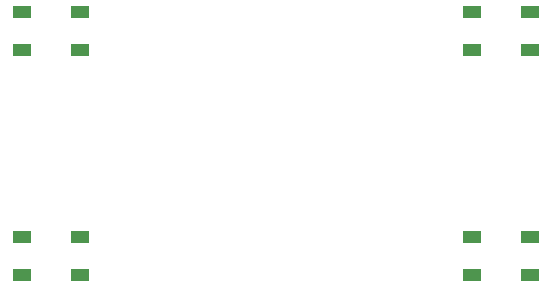
<source format=gbp>
%TF.GenerationSoftware,KiCad,Pcbnew,(5.1.8-0-10_14)*%
%TF.CreationDate,2020-12-29T14:10:58+00:00*%
%TF.ProjectId,Draytronics-Daisy-PCB V1,44726179-7472-46f6-9e69-63732d446169,rev?*%
%TF.SameCoordinates,Original*%
%TF.FileFunction,Paste,Bot*%
%TF.FilePolarity,Positive*%
%FSLAX46Y46*%
G04 Gerber Fmt 4.6, Leading zero omitted, Abs format (unit mm)*
G04 Created by KiCad (PCBNEW (5.1.8-0-10_14)) date 2020-12-29 14:10:58*
%MOMM*%
%LPD*%
G01*
G04 APERTURE LIST*
%ADD10R,1.500000X1.000000*%
G04 APERTURE END LIST*
D10*
%TO.C,D13*%
X85180000Y-51082000D03*
X85180000Y-47882000D03*
X90080000Y-51082000D03*
X90080000Y-47882000D03*
%TD*%
%TO.C,D14*%
X85180000Y-70132000D03*
X85180000Y-66932000D03*
X90080000Y-70132000D03*
X90080000Y-66932000D03*
%TD*%
%TO.C,D15*%
X51980000Y-66932000D03*
X51980000Y-70132000D03*
X47080000Y-66932000D03*
X47080000Y-70132000D03*
%TD*%
%TO.C,D16*%
X51980000Y-47882000D03*
X51980000Y-51082000D03*
X47080000Y-47882000D03*
X47080000Y-51082000D03*
%TD*%
M02*

</source>
